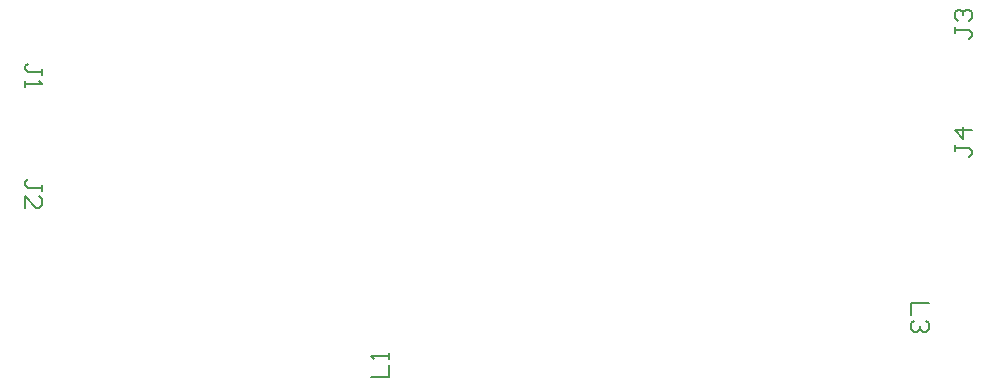
<source format=gbr>
%TF.GenerationSoftware,Altium Limited,Altium Designer,21.6.4 (81)*%
G04 Layer_Color=0*
%FSLAX43Y43*%
%MOMM*%
%TF.SameCoordinates,3FCC9EDD-E33D-4AE7-AC82-89E58AA9E509*%
%TF.FilePolarity,Positive*%
%TF.FileFunction,Other,Top_Designator*%
%TF.Part,Single*%
G01*
G75*
%TA.AperFunction,NonConductor*%
%ADD163C,0.150*%
D163*
X6750Y22921D02*
Y23421D01*
Y23171D01*
X5500D01*
X5250Y23421D01*
Y23671D01*
X5500Y23921D01*
X5250Y21422D02*
Y22421D01*
X6250Y21422D01*
X6500D01*
X6750Y21671D01*
Y22171D01*
X6500Y22421D01*
X34582Y7144D02*
X36081D01*
Y8144D01*
Y8644D02*
Y9144D01*
Y8894D01*
X34582D01*
X34832Y8644D01*
X81827Y13416D02*
X80327D01*
Y12417D01*
X81577Y11917D02*
X81827Y11667D01*
Y11167D01*
X81577Y10917D01*
X81327D01*
X81077Y11167D01*
Y11417D01*
Y11167D01*
X80827Y10917D01*
X80577D01*
X80327Y11167D01*
Y11667D01*
X80577Y11917D01*
X6750Y32675D02*
Y33175D01*
Y32925D01*
X5500D01*
X5250Y33175D01*
Y33425D01*
X5500Y33675D01*
X5250Y32175D02*
Y31675D01*
Y31925D01*
X6750D01*
X6500Y32175D01*
X83985Y36747D02*
Y36247D01*
Y36497D01*
X85234D01*
X85484Y36247D01*
Y35997D01*
X85234Y35747D01*
X84234Y37247D02*
X83985Y37497D01*
Y37996D01*
X84234Y38246D01*
X84484D01*
X84734Y37996D01*
Y37747D01*
Y37996D01*
X84984Y38246D01*
X85234D01*
X85484Y37996D01*
Y37497D01*
X85234Y37247D01*
X83985Y26765D02*
Y26265D01*
Y26515D01*
X85234D01*
X85484Y26265D01*
Y26015D01*
X85234Y25765D01*
X85484Y28015D02*
X83985D01*
X84734Y27265D01*
Y28265D01*
%TF.MD5,4f47abcc3d74c81b06abfb626dfdce1f*%
M02*

</source>
